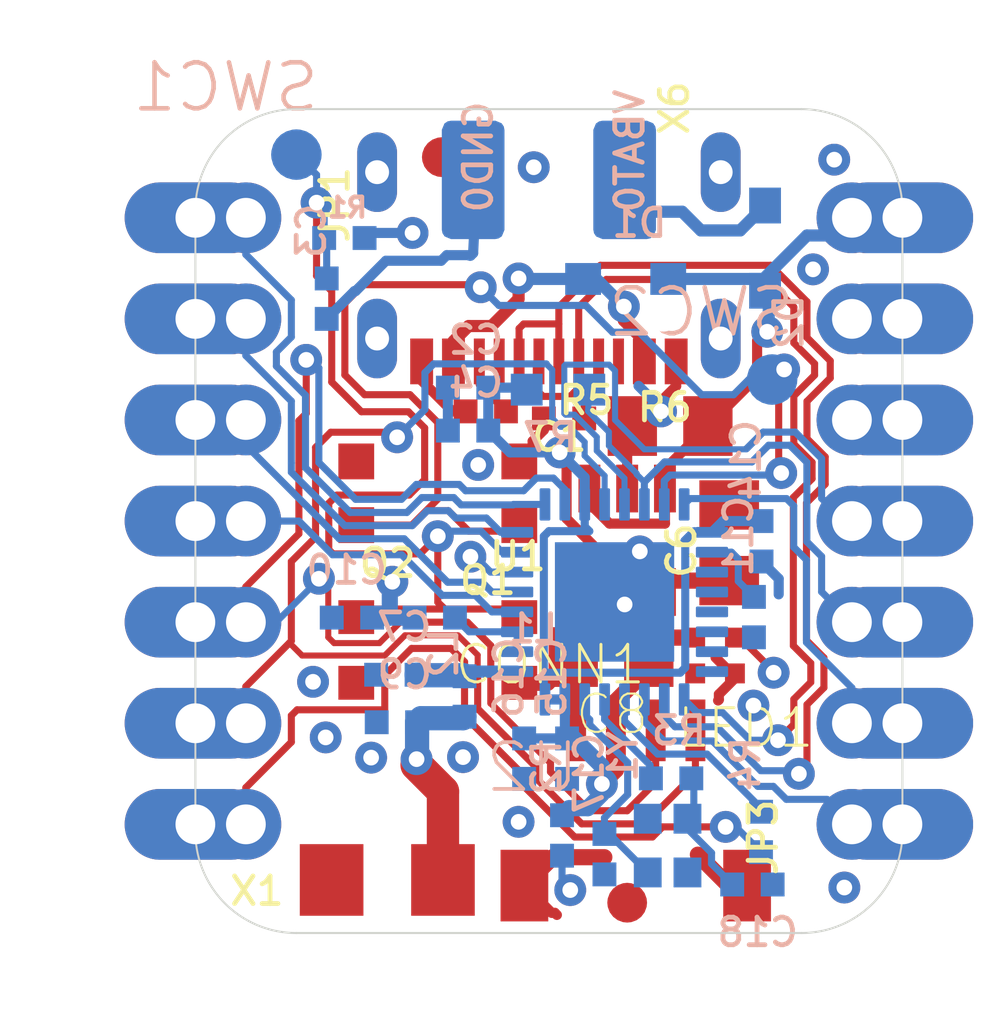
<source format=kicad_pcb>
(kicad_pcb (version 20240108) (generator "pcbnew") (generator_version "8.0")
  (layers (0 "F.Cu" signal) (1 "In1.Cu" signal) (2 "In2.Cu" signal) (31 "B.Cu" signal) (34 "B.Paste" user) (35 "F.Paste" user) (36 "B.SilkS" user "B.Silkscreen") (37 "F.SilkS" user "F.Silkscreen") (38 "B.Mask" user) (39 "F.Mask" user) (44 "Edge.Cuts" user))
  (net 0 "")
  (net 1 "GND")
  (net 2 "D+")
  (net 3 "D-")
  (net 4 "VBUS")
  (net 5 "~{RESET}")
  (net 6 "3.3V")
  (net 7 "A0")
  (net 8 "CC1")
  (net 9 "CC2")
  (net 10 "A1")
  (net 11 "MOSI")
  (net 12 "MISO")
  (net 13 "SCK")
  (net 14 "A2")
  (net 15 "A3")
  (net 16 "SDA")
  (net 17 "SCL")
  (net 18 "NEOPIX")
  (net 19 "+5V")
  (net 20 "VDD3P3")
  (net 21 "LNA")
  (net 22 "N$3")
  (net 23 "BOOT")
  (net 24 "N$6")
  (net 25 "N$7")
  (net 26 "TX")
  (net 27 "RX")
  (net 28 "VBAT")
  (net 29 "VDD_SPI")
  (net 30 "N$5")
  (net 31 "N$1")
  (footprint "Adafruit QT Py ESP32-C3:_0402NO" (layer "F.Cu") (at 146.9136 102.2477)
    (property "Reference" "R5")
    (property "Value" "5.1K")
  )
  (footprint "Adafruit QT Py ESP32-C3:FIDUCIAL_1MM" (layer "F.Cu") (at 145.8087 95.8596)
    (property "Reference" "U$6" (hide yes))
    (property "Value" "FIDUCIAL_1MM" (hide yes))
  )
  (footprint "Adafruit QT Py ESP32-C3:0805-NO" (layer "F.Cu") (at 150.0632 108.4199 180)
    (property "Reference" "C8")
    (property "Value" "22uF")
  )
  (footprint "Adafruit QT Py ESP32-C3:JST_SH4_SKINNY" (layer "F.Cu") (at 150.6855 112.776)
    (property "Reference" "CONN1")
    (property "Value" "STEMMA_I2C_QTSKINNY" (hide yes))
  )
  (footprint "Adafruit QT Py ESP32-C3:QTPYC3_TOP" (layer "F.Cu") (at 139.6111 115.3541)
    (property "Reference" "U$3" (hide yes))
    (property "Value" "" (hide yes))
  )
  (footprint "Adafruit QT Py ESP32-C3:FIDUCIAL_1MM" (layer "F.Cu") (at 150.4696 114.5921)
    (property "Reference" "U$8" (hide yes))
    (property "Value" "FIDUCIAL_1MM" (hide yes))
  )
  (footprint "Adafruit QT Py ESP32-C3:_0402NO" (layer "F.Cu") (at 148.8821 102.4255)
    (property "Reference" "R6")
    (property "Value" "5.1K")
  )
  (footprint "Adafruit QT Py ESP32-C3:1X07_CASTEL" (layer "F.Cu") (at 140.8811 105.0036 -90)
    (property "Reference" "JP1")
    (property "Value" "")
  )
  (footprint "Adafruit QT Py ESP32-C3:ANT_2450AT18B100" (layer "F.Cu") (at 144.4371 114.0206 180)
    (property "Reference" "X1")
    (property "Value" "2.4GHz")
  )
  (footprint "Adafruit QT Py ESP32-C3:SOT23-5" (layer "F.Cu") (at 150.4696 105.4862 180)
    (property "Reference" "U1")
    (property "Value" "AP2112K-3.3")
  )
  (footprint "Adafruit QT Py ESP32-C3:USB_C_CUSB31-CFM2AX-01-X" (layer "F.Cu") (at 148.5011 97.4471 180)
    (property "Reference" "X6")
    (property "Value" "USB TYPE C")
  )
  (footprint "Adafruit QT Py ESP32-C3:0805-NO" (layer "F.Cu") (at 151.5491 102.616 180)
    (property "Reference" "C1")
    (property "Value" "22uF")
  )
  (footprint "Adafruit QT Py ESP32-C3:SK6805_1515" (layer "F.Cu") (at 152.6794 108.3818 180)
    (property "Reference" "LED1")
    (property "Value" "WS2812B_SK6805_1515")
  )
  (footprint "Adafruit QT Py ESP32-C3:0805-NO" (layer "F.Cu") (at 153.035 105.5497 90)
    (property "Reference" "C6")
    (property "Value" "22uF")
  )
  (footprint "Adafruit QT Py ESP32-C3:1X07_CASTEL" (layer "F.Cu") (at 156.1211 105.0036 90)
    (property "Reference" "JP3")
    (property "Value" "")
  )
  (footprint "Adafruit QT Py ESP32-C3:BTN_KMR2_SLIM" (layer "F.Cu") (at 145.7071 108.2421)
    (property "Reference" "Q2")
    (property "Value" "reset")
  )
  (footprint "Adafruit QT Py ESP32-C3:BTN_KMR2_4.6X2.8" (layer "F.Cu") (at 145.7071 104.3051 180)
    (property "Reference" "Q1")
    (property "Value" "BOOT0")
  )
  (footprint "Adafruit QT Py ESP32-C3:TESTPOINT_PLUS_1X3MM" (layer "B.Cu") (at 150.4061 96.4311 -90)
    (property "Reference" "VBAT0")
    (property "Value" "")
  )
  (footprint "Adafruit QT Py ESP32-C3:B1,27_385" (layer "B.Cu") (at 154.1145 101.4476 180)
    (property "Reference" "SWC2")
    (property "Value" "TPB1,27")
  )
  (footprint "Adafruit QT Py ESP32-C3:QTPYC3_BOT" (layer "B.Cu") (at 157.3911 115.3541 180)
    (property "Reference" "U$18" (hide yes))
    (property "Value" "" (hide yes))
  )
  (footprint "Adafruit QT Py ESP32-C3:B1,27_385" (layer "B.Cu") (at 142.1511 95.7961 180)
    (property "Reference" "SWC1")
    (property "Value" "TPB1,27")
  )
  (footprint "Adafruit QT Py ESP32-C3:_0402NO" (layer "B.Cu") (at 149.8981 113.3729 -90)
    (property "Reference" "C17")
    (property "Value" "16pF")
  )
  (footprint "Adafruit QT Py ESP32-C3:_0402NO" (layer "B.Cu") (at 143.5481 107.4293 180)
    (property "Reference" "C10")
    (property "Value" "0.1uF")
  )
  (footprint "Adafruit QT Py ESP32-C3:_0402NO" (layer "B.Cu") (at 143.3576 97.8916 180)
    (property "Reference" "R1")
    (property "Value" "10K")
  )
  (footprint "Adafruit QT Py ESP32-C3:_0402NO" (layer "B.Cu") (at 147.8788 110.9726 -90)
    (property "Reference" "C16")
    (property "Value" "0.01uF")
  )
  (footprint "Adafruit QT Py ESP32-C3:QFN32_5MM" (layer "B.Cu") (at 150.1521 107.0356)
    (property "Reference" "U2")
    (property "Value" "ESP32-C3FH4")
  )
  (footprint "Adafruit QT Py ESP32-C3:_0402NO" (layer "B.Cu") (at 153.8478 105.5116 -90)
    (property "Reference" "C14")
    (property "Value" "0.1uF")
  )
  (footprint "Adafruit QT Py ESP32-C3:_0402NO" (layer "B.Cu") (at 142.9131 99.4156 -90)
    (property "Reference" "C3")
    (property "Value" "1uF")
  )
  (footprint "Adafruit QT Py ESP32-C3:_0402NO" (layer "B.Cu") (at 153.6192 114.1349)
    (property "Reference" "C18")
    (property "Value" "16pF")
  )
  (footprint "Adafruit QT Py ESP32-C3:CRYSTAL_2X1.6" (layer "B.Cu") (at 151.4856 113.157 -90)
    (property "Reference" "Y1")
    (property "Value" "40MHz")
  )
  (footprint "Adafruit QT Py ESP32-C3:_0402NO" (layer "B.Cu") (at 148.8313 112.903 -90)
    (property "Reference" "R2")
    (property "Value" "10K")
  )
  (footprint "Adafruit QT Py ESP32-C3:_0402NO" (layer "B.Cu") (at 153.8351 112.8141 -90)
    (property "Reference" "R4")
    (property "Value" "1k")
  )
  (footprint "Adafruit QT Py ESP32-C3:PCBFEAT-REV-040" (layer "B.Cu") (at 153.5176 110.363 180)
    (property "Reference" "U$12" (hide yes))
    (property "Value" "" (hide yes))
  )
  (footprint "Adafruit QT Py ESP32-C3:_0402NO" (layer "B.Cu") (at 148.9583 110.9726 -90)
    (property "Reference" "C15")
    (property "Value" "1uF")
  )
  (footprint "Adafruit QT Py ESP32-C3:SOD-323_MINI" (layer "B.Cu") (at 153.9367 98.1456 90)
    (property "Reference" "D2")
    (property "Value" "  NSR0320")
  )
  (footprint "Adafruit QT Py ESP32-C3:_0402NO" (layer "B.Cu") (at 144.6657 108.8644 180)
    (property "Reference" "C7")
    (property "Value" "TBD")
  )
  (footprint "Adafruit QT Py ESP32-C3:_0402NO" (layer "B.Cu") (at 146.4691 102.7303 180)
    (property "Reference" "C4")
    (property "Value" "0.1uF")
  )
  (footprint "Adafruit QT Py ESP32-C3:SOD-323_MINI" (layer "B.Cu") (at 150.4315 98.9203 180)
    (property "Reference" "D1")
    (property "Value" "  NSR0320")
  )
  (footprint "Adafruit QT Py ESP32-C3:TESTPOINT_MINUS_1X3MM" (layer "B.Cu") (at 146.5961 96.4311 -90)
    (property "Reference" "GND0")
    (property "Value" "")
  )
  (footprint "Adafruit QT Py ESP32-C3:_0603MP_TWO6MIL" (layer "B.Cu") (at 148.7297 101.7016)
    (property "Reference" "R7")
    (property "Value" "10K")
  )
  (footprint "Adafruit QT Py ESP32-C3:_0402" (layer "B.Cu") (at 145.6309 107.4293)
    (property "Reference" "L1")
    (property "Value" "2nH")
  )
  (footprint "Adafruit QT Py ESP32-C3:_0402" (layer "B.Cu") (at 146.3802 109.4105 90)
    (property "Reference" "L2")
    (property "Value" "0 ohm")
  )
  (footprint "Adafruit QT Py ESP32-C3:_0402NO" (layer "B.Cu") (at 153.6573 107.4166 -90)
    (property "Reference" "C11")
    (property "Value" "1uF")
  )
  (footprint "Adafruit QT Py ESP32-C3:_0402NO" (layer "B.Cu") (at 144.6784 110.0582 180)
    (property "Reference" "C9")
    (property "Value" "TBD")
  )
  (footprint "Adafruit QT Py ESP32-C3:_0402NO" (layer "B.Cu") (at 151.5745 111.4679 180)
    (property "Reference" "R3")
    (property "Value" "0")
  )
  (footprint "Adafruit QT Py ESP32-C3:_0402NO" (layer "B.Cu") (at 146.4691 101.6508 180)
    (property "Reference" "C2")
    (property "Value" "1uF")
  )
  (gr_line (start 157.3911 97.1931) (end 157.3911 112.8141) (stroke (width 0.05)) (layer "Edge.Cuts"))
  (gr_arc (start 142.1511 115.3541) (mid 140.355049 114.610151) (end 139.6111 112.8141) (stroke (width 0.05)) (layer "Edge.Cuts"))
  (gr_arc (start 154.8511 94.6531) (mid 156.647151 95.397049) (end 157.3911 97.1931) (stroke (width 0.05)) (layer "Edge.Cuts"))
  (gr_arc (start 139.6111 97.1931) (mid 140.355049 95.397049) (end 142.1511 94.6531) (stroke (width 0.05)) (layer "Edge.Cuts"))
  (gr_line (start 142.1511 94.6531) (end 154.8511 94.6531) (stroke (width 0.05)) (layer "Edge.Cuts"))
  (gr_line (start 139.6111 112.8141) (end 139.6111 97.1931) (stroke (width 0.05)) (layer "Edge.Cuts"))
  (gr_arc (start 157.3911 112.8141) (mid 156.647151 114.610151) (end 154.8511 115.3541) (stroke (width 0.05)) (layer "Edge.Cuts"))
  (gr_line (start 154.8511 115.3541) (end 142.1511 115.3541) (stroke (width 0.05)) (layer "Edge.Cuts"))
  (segment (start 149.1132 108.4199) (end 148.8821 108.1888) (width 0.4064) (layer "F.Cu") (net 1))
  (segment (start 150.4696 102.8446) (end 150.6982 102.616) (width 0.254) (layer "F.Cu") (net 1))
  (segment (start 147.7571 109.0671) (end 148.466 109.0671) (width 0.4064) (layer "F.Cu") (net 1))
  (segment (start 151.7011 101.6131) (end 150.6982 102.616) (width 0.254) (layer "F.Cu") (net 1))
  (segment (start 145.3011 100.9921) (end 145.3011 101.473244) (width 0.254) (layer "F.Cu") (net 1))
  (segment (start 153.1794 108.952913) (end 152.77465 109.357663) (width 0.254) (layer "F.Cu") (net 1))
  (segment (start 148.3741 102.714432) (end 148.092018 102.996513) (width 0.254) (layer "F.Cu") (net 1))
  (segment (start 153.1794 108.8318) (end 153.0913 108.8318) (width 0.254) (layer "F.Cu") (net 1))
  (segment (start 148.5696 114.8461) (end 148.648562 114.8461) (width 0.254) (layer "F.Cu") (net 1))
  (segment (start 148.092018 102.996513) (end 148.092018 103.170182) (width 0.254) (layer "F.Cu") (net 1))
  (segment (start 153.0913 108.8318) (end 152.6921 108.4326) (width 0.254) (layer "F.Cu") (net 1))
  (segment (start 148.8821 108.1888) (end 148.8821 106.9086) (width 0.4064) (layer "F.Cu") (net 1))
  (segment (start 145.3011 101.473244) (end 146.075556 102.2477) (width 0.254) (layer "F.Cu") (net 1))
  (segment (start 153.024 114.162) (end 152.2476 113.3856) (width 0.4064) (layer "F.Cu") (net 1))
  (segment (start 153.4855 114.162) (end 153.024 114.162) (width 0.4064) (layer "F.Cu") (net 1))
  (segment (start 146.075556 102.2477) (end 146.4056 102.2477) (width 0.254) (layer "F.Cu") (net 1))
  (segment (start 150.6982 102.616) (end 150.5991 102.616) (width 0.254) (layer "F.Cu") (net 1))
  (segment (start 153.1794 108.8318) (end 153.1794 108.952913) (width 0.254) (layer "F.Cu") (net 1))
  (segment (start 147.8855 114.162) (end 148.5696 114.8461) (width 0.254) (layer "F.Cu") (net 1))
  (segment (start 148.648562 114.8461) (end 148.701831 114.899369) (width 0.254) (layer "F.Cu") (net 1))
  (segment (start 148.5984 113.4491) (end 149.895303 113.4491) (width 0.4064) (layer "F.Cu") (net 1))
  (segment (start 151.7011 100.9921) (end 151.7011 101.6131) (width 0.254) (layer "F.Cu") (net 1))
  (segment (start 148.466 109.0671) (end 149.1132 108.4199) (width 0.4064) (layer "F.Cu") (net 1))
  (segment (start 148.3741 102.4255) (end 148.3741 102.714432) (width 0.254) (layer "F.Cu") (net 1))
  (segment (start 152.77465 109.49305) (end 152.7556 109.5121) (width 0.254) (layer "F.Cu") (net 1))
  (segment (start 147.8855 114.162) (end 148.5984 113.4491) (width 0.4064) (layer "F.Cu") (net 1))
  (segment (start 149.1855 108.4922) (end 149.1855 110.262) (width 0.4064) (layer "F.Cu") (net 1))
  (segment (start 152.77465 109.357663) (end 152.77465 109.49305) (width 0.254) (layer "F.Cu") (net 1))
  (segment (start 149.1132 108.4199) (end 149.1855 108.4922) (width 0.4064) (layer "F.Cu") (net 1))
  (segment (start 148.092018 103.170182) (end 147.7571 103.5051) (width 0.254) (layer "F.Cu") (net 1))
  (segment (start 150.4696 104.1861) (end 150.4696 102.8446) (width 0.254) (layer "F.Cu") (net 1))
  (via (at 155.1432 98.679) (size 0.8001) (drill 0.3937) (layers "F.Cu" "B.Cu") (net 1))
  (via (at 155.6766 95.9231) (size 0.8001) (drill 0.3937) (layers "F.Cu" "B.Cu") (net 1))
  (via (at 150.7871 105.7656) (size 0.8001) (drill 0.3937) (layers "F.Cu" "B.Cu") (net 1))
  (via (at 146.3421 110.9345) (size 0.8001) (drill 0.3937) (layers "F.Cu" "B.Cu") (net 1))
  (via (at 144.0307 110.9472) (size 0.8001) (drill 0.3937) (layers "F.Cu" "B.Cu") (net 1))
  (via (at 148.1201 96.1136) (size 0.8001) (drill 0.3937) (layers "F.Cu" "B.Cu") (net 1))
  (via (at 155.9306 114.2111) (size 0.8001) (drill 0.3937) (layers "F.Cu" "B.Cu") (net 1))
  (via (at 146.7231 103.5939) (size 0.8001) (drill 0.3937) (layers "F.Cu" "B.Cu") (net 1))
  (via (at 142.5702 109.0422) (size 0.8001) (drill 0.3937) (layers "F.Cu" "B.Cu") (net 1))
  (via (at 142.8877 110.4392) (size 0.8001) (drill 0.3937) (layers "F.Cu" "B.Cu") (net 1))
  (via (at 150.4061 107.0991) (size 0.8001) (drill 0.3937) (layers "F.Cu" "B.Cu") (net 1))
  (via (at 147.7391 112.5601) (size 0.8001) (drill 0.3937) (layers "F.Cu" "B.Cu") (net 1))
  (via (at 151.3205 102.2477) (size 0.8001) (drill 0.3937) (layers "F.Cu" "B.Cu") (net 1))
  (via (at 153.6446 109.6391) (size 0.8001) (drill 0.3937) (layers "F.Cu" "B.Cu") (net 1))
  (segment (start 143.6116 99.2251) (end 143.640493 99.2251) (width 0.254) (layer "B.Cu") (net 1))
  (segment (start 142.9131 99.9236) (end 143.6116 99.2251) (width 0.254) (layer "B.Cu") (net 1))
  (segment (start 154.2796 106.4514) (end 154.2796 106.8451) (width 0.254) (layer "B.Cu") (net 1))
  (segment (start 146.496537 98.3221) (end 146.510537 98.3361) (width 0.254) (layer "B.Cu") (net 1))
  (segment (start 153.8478 106.0196) (end 154.2796 106.4514) (width 0.254) (layer "B.Cu") (net 1))
  (segment (start 143.640493 99.2251) (end 144.402493 98.4631) (width 0.254) (layer "B.Cu") (net 1))
  (segment (start 151.3205 102.2477) (end 151.3205 102.1715) (width 0.254) (layer "B.Cu") (net 1))
  (segment (start 146.5961 98.2726) (end 146.6461 97.2311) (width 0.254) (layer "B.Cu") (net 1))
  (segment (start 146.510537 98.3361) (end 146.5326 98.3361) (width 0.254) (layer "B.Cu") (net 1))
  (segment (start 157.3911 99.9236) (end 156.1211 99.9236) (width 0.254) (layer "B.Cu") (net 1))
  (segment (start 151.3205 102.1715) (end 150.7553 101.6063) (width 0.254) (layer "B.Cu") (net 1))
  (segment (start 145.9611 101.6508) (end 145.9611 102.7303) (width 0.254) (layer "B.Cu") (net 1))
  (segment (start 146.5326 98.3361) (end 146.5961 98.2726) (width 0.254) (layer "B.Cu") (net 1))
  (segment (start 144.402493 98.4631) (end 145.792662 98.4631) (width 0.254) (layer "B.Cu") (net 1))
  (segment (start 145.933662 98.3221) (end 146.496537 98.3221) (width 0.254) (layer "B.Cu") (net 1))
  (segment (start 145.792662 98.4631) (end 145.933662 98.3221) (width 0.254) (layer "B.Cu") (net 1))
  (segment (start 155.448856 103.389844) (end 155.448856 104.077357) (width 0.1778) (layer "F.Cu") (net 2))
  (segment (start 155.448856 104.077357) (end 154.9781 104.548113) (width 0.1778) (layer "F.Cu") (net 2))
  (segment (start 147.7511 100.1656) (end 147.7511 100.9921) (width 0.1778) (layer "F.Cu") (net 2))
  (segment (start 154.9908 100.391788) (end 155.575856 100.976844) (width 0.1778) (layer "F.Cu") (net 2))
  (segment (start 154.9908 102.931788) (end 155.448856 103.389844) (width 0.1778) (layer "F.Cu") (net 2))
  (segment (start 155.575856 101.410357) (end 154.9908 101.995413) (width 0.1778) (layer "F.Cu") (net 2))
  (segment (start 148.7511 99.6228) (end 148.7511 100.0506) (width 0.1778) (layer "F.Cu") (net 2))
  (segment (start 149.7965 98.5774) (end 148.7511 99.6228) (width 0.1778) (layer "F.Cu") (net 2))
  (segment (start 154.9908 101.995413) (end 154.9908 102.931788) (width 0.1778) (layer "F.Cu") (net 2))
  (segment (start 154.9781 104.548113) (end 154.9781 107.999088) (width 0.1778) (layer "F.Cu") (net 2))
  (segment (start 154.9908 109.615413) (end 154.9908 111.3536) (width 0.1778) (layer "F.Cu") (net 2))
  (segment (start 154.7876 111.3536) (end 154.9908 111.3536) (width 0.1778) (layer "F.Cu") (net 2))
  (segment (start 154.9908 99.4918) (end 154.9908 100.391788) (width 0.1778) (layer "F.Cu") (net 2))
  (segment (start 154.0764 98.5774) (end 154.9908 99.4918) (width 0.1778) (layer "F.Cu") (net 2))
  (segment (start 155.417106 109.189107) (end 154.9908 109.615413) (width 0.1778) (layer "F.Cu") (net 2))
  (segment (start 154.9781 107.999088) (end 155.417106 108.438094) (width 0.1778) (layer "F.Cu") (net 2))
  (segment (start 147.8661 100.0506) (end 147.7511 100.1656) (width 0.1778) (layer "F.Cu") (net 2))
  (segment (start 148.7511 100.0506) (end 148.7511 100.9921) (width 0.1778) (layer "F.Cu") (net 2))
  (segment (start 154.0764 98.5774) (end 149.7965 98.5774) (width 0.1778) (layer "F.Cu") (net 2))
  (segment (start 148.7511 100.0506) (end 147.8661 100.0506) (width 0.1778) (layer "F.Cu") (net 2))
  (segment (start 155.417106 108.438094) (end 155.417106 109.189107) (width 0.1778) (layer "F.Cu") (net 2))
  (segment (start 155.575856 100.976844) (end 155.575856 101.410357) (width 0.1778) (layer "F.Cu") (net 2))
  (via (at 154.7876 111.3536) (size 0.8001) (drill 0.3937) (layers "F.Cu" "B.Cu") (net 2))
  (segment (start 153.829859 111.27656) (end 152.7258 110.1725) (width 0.1778) (layer "B.Cu") (net 2))
  (segment (start 151.672612 110.1725) (end 151.4021 109.901988) (width 0.1778) (layer "B.Cu") (net 2))
  (segment (start 151.672612 110.1725) (end 152.7258 110.1725) (width 0.1778) (layer "B.Cu") (net 2))
  (segment (start 154.7876 111.3536) (end 154.710559 111.27656) (width 0.1778) (layer "B.Cu") (net 2))
  (segment (start 151.4021 109.4856) (end 151.4021 109.901988) (width 0.1778) (layer "B.Cu") (net 2))
  (segment (start 154.710559 111.27656) (end 153.829859 111.27656) (width 0.1778) (layer "B.Cu") (net 2))
  (segment (start 148.3535 101.8715) (end 148.1836 101.7016) (width 0.1778) (layer "F.Cu") (net 3))
  (segment (start 154.261615 110.510116) (end 154.6606 110.111132) (width 0.1778) (layer "F.Cu") (net 3))
  (segment (start 149.2511 99.6257) (end 149.2511 100.9921) (width 0.1778) (layer "F.Cu") (net 3))
  (segment (start 154.6479 108.135863) (end 155.086906 108.574869) (width 0.1778) (layer "F.Cu") (net 3))
  (segment (start 149.2511 101.6552) (end 149.0348 101.8715) (width 0.1778) (layer "F.Cu") (net 3))
  (segment (start 149.2511 100.9921) (end 149.2511 101.6552) (width 0.1778) (layer "F.Cu") (net 3))
  (segment (start 148.1836 101.0596) (end 148.2511 100.9921) (width 0.1778) (layer "F.Cu") (net 3))
  (segment (start 149.0348 101.8715) (end 148.3535 101.8715) (width 0.1778) (layer "F.Cu") (net 3))
  (segment (start 155.118656 103.940582) (end 154.6479 104.411338) (width 0.1778) (layer "F.Cu") (net 3))
  (segment (start 153.965025 98.933) (end 149.9438 98.933) (width 0.1778) (layer "F.Cu") (net 3))
  (segment (start 155.086906 109.052332) (end 154.6606 109.478638) (width 0.1778) (layer "F.Cu") (net 3))
  (segment (start 149.9438 98.933) (end 149.2511 99.6257) (width 0.1778) (layer "F.Cu") (net 3))
  (segment (start 154.6606 101.858638) (end 155.182156 101.337082) (width 0.1778) (layer "F.Cu") (net 3))
  (segment (start 154.6479 104.411338) (end 154.6479 108.135863) (width 0.1778) (layer "F.Cu") (net 3))
  (segment (start 148.1836 101.7016) (end 148.1836 101.0596) (width 0.1778) (layer "F.Cu") (net 3))
  (segment (start 154.6606 99.628575) (end 153.965025 98.933) (width 0.1778) (layer "F.Cu") (net 3))
  (segment (start 154.6606 109.478638) (end 154.6606 110.111132) (width 0.1778) (layer "F.Cu") (net 3))
  (segment (start 154.6606 100.528563) (end 154.6606 99.628575) (width 0.1778) (layer "F.Cu") (net 3))
  (segment (start 155.182156 101.050119) (end 154.6606 100.528563) (width 0.1778) (layer "F.Cu") (net 3))
  (segment (start 155.086906 108.574869) (end 155.086906 109.052332) (width 0.1778) (layer "F.Cu") (net 3))
  (segment (start 155.182156 101.337082) (end 155.182156 101.050119) (width 0.1778) (layer "F.Cu") (net 3))
  (segment (start 155.118656 103.526619) (end 154.6606 103.068563) (width 0.1778) (layer "F.Cu") (net 3))
  (segment (start 155.118656 103.940582) (end 155.118656 103.526619) (width 0.1778) (layer "F.Cu") (net 3))
  (segment (start 154.6606 103.068563) (end 154.6606 101.858638) (width 0.1778) (layer "F.Cu") (net 3))
  (via (at 154.261615 110.510116) (size 0.8001) (drill 0.3937) (layers "F.Cu" "B.Cu") (net 3))
  (segment (start 153.563115 110.510116) (end 152.867843 109.814844) (width 0.1778) (layer "B.Cu") (net 3))
  (segment (start 154.261615 110.510116) (end 153.563115 110.510116) (width 0.1778) (layer "B.Cu") (net 3))
  (segment (start 151.9021 109.4856) (end 152.231343 109.814844) (width 0.1778) (layer "B.Cu") (net 3))
  (segment (start 152.231343 109.814844) (end 152.867843 109.814844) (width 0.1778) (layer "B.Cu") (net 3))
  (segment (start 150.9011 100.9921) (end 150.9011 100.476338) (width 0.254) (layer "F.Cu") (net 4))
  (segment (start 146.4821 100.1031) (end 146.1011 100.4841) (width 0.3048) (layer "F.Cu") (net 4))
  (segment (start 150.385912 99.613794) (end 150.385912 99.96115) (width 0.3048) (layer "F.Cu") (net 4))
  (segment (start 150.9011 100.476338) (end 150.385912 99.96115) (width 0.3048) (layer "F.Cu") (net 4))
  (segment (start 146.1011 100.9921) (end 146.1011 100.4841) (width 0.254) (layer "F.Cu") (net 4))
  (segment (start 147.058537 100.1031) (end 146.4821 100.1031) (width 0.3048) (layer "F.Cu") (net 4))
  (segment (start 147.7391 98.9076) (end 147.7391 99.422538) (width 0.3048) (layer "F.Cu") (net 4))
  (segment (start 147.7391 99.422538) (end 147.058537 100.1031) (width 0.3048) (layer "F.Cu") (net 4))
  (via (at 147.7391 98.9076) (size 0.8001) (drill 0.3937) (layers "F.Cu" "B.Cu") (net 4))
  (via (at 150.385912 99.613794) (size 0.8001) (drill 0.3937) (layers "F.Cu" "B.Cu") (net 4))
  (segment (start 149.692418 98.9203) (end 149.3615 98.9203) (width 0.254) (layer "B.Cu") (net 4))
  (segment (start 150.385912 99.613794) (end 149.692418 98.9203) (width 0.3048) (layer "B.Cu") (net 4))
  (segment (start 149.3615 98.9203) (end 147.7518 98.9203) (width 0.3048) (layer "B.Cu") (net 4))
  (segment (start 147.7391 98.9076) (end 147.7518 98.9203) (width 0.254) (layer "B.Cu") (net 4))
  (segment (start 142.6591 98.8441) (end 142.6591 97.0026) (width 0.1778) (layer "F.Cu") (net 5))
  (segment (start 143.0728 105.8291) (end 145.2626 105.8291) (width 0.1778) (layer "F.Cu") (net 5))
  (segment (start 145.7071 105.3846) (end 145.7071 107.04261) (width 0.1778) (layer "F.Cu") (net 5))
  (segment (start 144.9888 104.3503) (end 145.3769 103.9622) (width 0.1778) (layer "F.Cu") (net 5))
  (segment (start 143.0401 101.5111) (end 143.0401 99.2251) (width 0.1778) (layer "F.Cu") (net 5))
  (segment (start 145.2626 105.8291) (end 145.7071 105.3846) (width 0.1778) (layer "F.Cu") (net 5))
  (segment (start 142.9658 104.55515) (end 143.17065 104.3503) (width 0.1778) (layer "F.Cu") (net 5))
  (segment (start 145.3769 102.663875) (end 144.970087 102.257063) (width 0.1778) (layer "F.Cu") (net 5))
  (segment (start 145.884993 107.2135) (end 143.6702 107.2135) (width 0.1778) (layer "F.Cu") (net 5))
  (segment (start 147.6932 107.2135) (end 145.884993 107.2135) (width 0.1778) (layer "F.Cu") (net 5))
  (segment (start 143.6571 107.4171) (end 143.6702 107.2135) (width 0.1778) (layer "F.Cu") (net 5))
  (segment (start 147.7571 107.4171) (end 147.6932 107.2135) (width 0.1778) (layer "F.Cu") (net 5))
  (segment (start 145.884993 107.2135) (end 145.7071 107.04261) (width 0.1778) (layer "F.Cu") (net 5))
  (segment (start 144.970087 102.257063) (end 143.786062 102.257063) (width 0.1778) (layer "F.Cu") (net 5))
  (segment (start 142.9658 104.55515) (end 142.9658 105.7221) (width 0.1778) (layer "F.Cu") (net 5))
  (segment (start 143.0401 99.2251) (end 142.6591 98.8441) (width 0.1778) (layer "F.Cu") (net 5))
  (segment (start 145.3769 103.9622) (end 145.3769 102.663875) (width 0.1778) (layer "F.Cu") (net 5))
  (segment (start 143.17065 104.3503) (end 144.9888 104.3503) (width 0.1778) (layer "F.Cu") (net 5))
  (segment (start 143.786062 102.257063) (end 143.0401 101.5111) (width 0.1778) (layer "F.Cu") (net 5))
  (segment (start 142.9658 105.7221) (end 143.0728 105.8291) (width 0.1778) (layer "F.Cu") (net 5))
  (via (at 145.7071 105.3846) (size 0.8001) (drill 0.3937) (layers "F.Cu" "B.Cu") (net 5))
  (via (at 142.6591 97.0026) (size 0.8001) (drill 0.3937) (layers "F.Cu" "B.Cu") (net 5))
  (segment (start 142.8496 97.1931) (end 142.8496 97.8916) (width 0.1778) (layer "B.Cu") (net 5))
  (segment (start 142.6591 97.0026) (end 142.8496 97.1931) (width 0.1778) (layer "B.Cu") (net 5))
  (segment (start 147.7021 105.7856) (end 147.3211 105.7856) (width 0.1778) (layer "B.Cu") (net 5))
  (segment (start 146.7931 105.2576) (end 145.8341 105.2576) (width 0.1778) (layer "B.Cu") (net 5))
  (segment (start 142.9131 97.9551) (end 142.9131 98.9076) (width 0.1778) (layer "B.Cu") (net 5))
  (segment (start 142.1511 95.7961) (end 142.6591 96.3041) (width 0.1778) (layer "B.Cu") (net 5))
  (segment (start 145.8341 105.2576) (end 145.7071 105.3846) (width 0.1778) (layer "B.Cu") (net 5))
  (segment (start 142.6591 96.3041) (end 142.6591 97.0026) (width 0.1778) (layer "B.Cu") (net 5))
  (segment (start 142.8496 97.8916) (end 142.9131 97.9551) (width 0.1778) (layer "B.Cu") (net 5))
  (segment (start 147.3211 105.7856) (end 146.7931 105.2576) (width 0.1778) (layer "B.Cu") (net 5))
  (segment (start 151.4196 106.7863) (end 151.4196 108.0135) (width 0.4064) (layer "F.Cu") (net 6))
  (segment (start 151.4196 106.7863) (end 151.7062 106.4997) (width 0.254) (layer "F.Cu") (net 6))
  (segment (start 150.73545 106.41965) (end 151.1021 106.7863) (width 0.2032) (layer "F.Cu") (net 6))
  (segment (start 148.9456 103.452082) (end 148.9456 104.942169) (width 0.254) (layer "F.Cu") (net 6))
  (segment (start 150.1855 110.262) (end 150.1855 111.2567) (width 0.4064) (layer "F.Cu") (net 6))
  (segment (start 148.771468 103.27795) (end 148.9456 103.452082) (width 0.254) (layer "F.Cu") (net 6))
  (segment (start 152.1794 107.9318) (end 151.5013 107.9318) (width 0.4064) (layer "F.Cu") (net 6))
  (segment (start 151.5013 107.9318) (end 151.4196 108.0135) (width 0.254) (layer "F.Cu") (net 6))
  (segment (start 150.1855 110.262) (end 150.1855 109.527) (width 0.4064) (layer "F.Cu") (net 6))
  (segment (start 151.0132 108.6993) (end 150.1855 109.527) (width 0.4064) (layer "F.Cu") (net 6))
  (segment (start 151.7062 106.4997) (end 153.035 106.4997) (width 0.4064) (layer "F.Cu") (net 6))
  (segment (start 150.423081 106.41965) (end 150.73545 106.41965) (width 0.2032) (layer "F.Cu") (net 6))
  (segment (start 148.9456 104.942169) (end 150.423081 106.41965) (width 0.254) (layer "F.Cu") (net 6))
  (segment (start 150.1855 111.2567) (end 149.8346 111.6076) (width 0.4064) (layer "F.Cu") (net 6))
  (segment (start 151.1021 106.7863) (end 151.4196 106.7863) (width 0.254) (layer "F.Cu") (net 6))
  (segment (start 151.0132 108.6993) (end 151.0132 108.4199) (width 0.6096) (layer "F.Cu") (net 6))
  (segment (start 151.4196 108.0135) (end 151.0132 108.4199) (width 0.254) (layer "F.Cu") (net 6))
  (via (at 144.5641 106.5276) (size 0.8001) (drill 0.3937) (layers "F.Cu" "B.Cu") (net 6))
  (via (at 149.8346 111.6076) (size 0.8001) (drill 0.3937) (layers "F.Cu" "B.Cu") (net 6))
  (via (at 145.0721 97.7646) (size 0.8001) (drill 0.3937) (layers "F.Cu" "B.Cu") (net 6))
  (via (at 148.771468 103.27795) (size 0.8001) (drill 0.3937) (layers "F.Cu" "B.Cu") (net 6))
  (segment (start 148.9583 110.4646) (end 147.8788 110.4646) (width 0.254) (layer "B.Cu") (net 6))
  (segment (start 143.8656 97.8916) (end 143.9926 97.7646) (width 0.254) (layer "B.Cu") (net 6))
  (segment (start 148.771468 103.27795) (end 147.52475 103.27795) (width 0.254) (layer "B.Cu") (net 6))
  (segment (start 151.9301 105.513) (end 151.9301 108.6866) (width 0.2032) (layer "B.Cu") (net 6))
  (segment (start 151.9301 108.6866) (end 151.8031 108.8136) (width 0.2032) (layer "B.Cu") (net 6))
  (segment (start 148.9021 109.4856) (end 148.4021 109.4856) (width 0.254) (layer "B.Cu") (net 6))
  (segment (start 156.1211 102.3366) (end 156.1211 102.4636) (width 0.254) (layer "B.Cu") (net 6))
  (segment (start 148.9583 110.4646) (end 149.1361 110.4646) (width 0.254) (layer "B.Cu") (net 6))
  (segment (start 149.8346 111.8616) (end 149.479 112.2172) (width 0.4064) (layer "B.Cu") (net 6))
  (segment (start 149.8346 111.1631) (end 149.8346 111.6076) (width 0.4064) (layer "B.Cu") (net 6))
  (segment (start 143.9926 97.7646) (end 145.0721 97.7646) (width 0.254) (layer "B.Cu") (net 6))
  (segment (start 153.8478 105.0036) (end 152.8841 105.0036) (width 0.254) (layer "B.Cu") (net 6))
  (segment (start 147.8915 101.6508) (end 146.9771 101.6508) (width 0.254) (layer "B.Cu") (net 6))
  (segment (start 152.6021 105.2856) (end 152.1575 105.2856) (width 0.254) (layer "B.Cu") (net 6))
  (segment (start 152.6021 105.2856) (end 152.5741 105.2576) (width 0.2032) (layer "B.Cu") (net 6))
  (segment (start 152.1575 105.2856) (end 151.9315 105.5116) (width 0.254) (layer "B.Cu") (net 6))
  (segment (start 151.8031 108.8136) (end 148.3741 108.8136) (width 0.2032) (layer "B.Cu") (net 6))
  (segment (start 152.6021 105.2856) (end 152.8841 105.0036) (width 0.254) (layer "B.Cu") (net 6))
  (segment (start 149.4021 105.1426) (end 149.4021 104.5856) (width 0.2032) (layer "B.Cu") (net 6))
  (segment (start 147.52475 103.27795) (end 146.9771 102.7303) (width 0.254) (layer "B.Cu") (net 6))
  (segment (start 148.3741 105.3846) (end 148.3741 108.8136) (width 0.2032) (layer "B.Cu") (net 6))
  (segment (start 149.5171 105.2576) (end 148.5011 105.2576) (width 0.2032) (layer "B.Cu") (net 6))
  (segment (start 149.4021 103.908582) (end 149.4021 104.5856) (width 0.254) (layer "B.Cu") (net 6))
  (segment (start 144.5006 107.4293) (end 144.0561 107.4293) (width 0.4064) (layer "B.Cu") (net 6))
  (segment (start 148.771468 103.27795) (end 149.4021 103.908582) (width 0.254) (layer "B.Cu") (net 6))
  (segment (start 147.9423 101.7016) (end 147.8915 101.6508) (width 0.254) (layer "B.Cu") (net 6))
  (segment (start 149.8346 111.8616) (end 149.8346 111.6076) (width 0.254) (layer "B.Cu") (net 6))
  (segment (start 144.5006 107.4293) (end 144.5006 106.5911) (width 0.4064) (layer "B.Cu") (net 6))
  (segment (start 148.9583 110.4646) (end 148.9021 110.4646) (width 0.254) (layer "B.Cu") (net 6))
  (segment (start 148.5011 105.2576) (end 148.3741 105.3846) (width 0.2032) (layer "B.Cu") (net 6))
  (segment (start 149.479 112.2172) (end 149.0091 112.2172) (width 0.4064) (layer "B.Cu") (net 6))
  (segment (start 148.3741 108.8136) (end 148.3741 109.4576) (width 0.2032) (layer "B.Cu") (net 6))
  (segment (start 145.1229 107.4293) (end 144.5006 107.4293) (width 0.4064) (layer "B.Cu") (net 6))
  (segment (start 149.5171 105.2576) (end 149.4021 105.1426) (width 0.2032) (layer "B.Cu") (net 6))
  (segment (start 148.3741 109.4576) (end 148.4021 109.4856) (width 0.2032) (layer "B.Cu") (net 6))
  (segment (start 157.3911 102.4636) (end 156.1211 102.4636) (width 0.254) (layer "B.Cu") (net 6))
  (segment (start 149.1361 110.4646) (end 149.8346 111.1631) (width 0.4064) (layer "B.Cu") (net 6))
  (segment (start 146.9771 101.6508) (end 146.9771 102.7303) (width 0.254) (layer "B.Cu") (net 6))
  (segment (start 151.9315 105.5116) (end 151.9301 105.513) (width 0.2032) (layer "B.Cu") (net 6))
  (segment (start 144.5006 106.5911) (end 144.5641 106.5276) (width 0.4064) (layer "B.Cu") (net 6))
  (segment (start 148.9021 109.4856) (end 148.9021 110.4646) (width 0.254) (layer "B.Cu") (net 6))
  (segment (start 148.8313 112.395) (end 149.0091 112.2172) (width 0.4064) (layer "B.Cu") (net 6))
  (segment (start 144.930018 104.7877) (end 145.304668 104.41305) (width 0.1778) (layer "B.Cu") (net 7))
  (segment (start 139.6111 97.3836) (end 140.6906 97.3836) (width 0.254) (layer "B.Cu") (net 7))
  (segment (start 143.50415 104.7877) (end 144.930018 104.7877) (width 0.1778) (layer "B.Cu") (net 7))
  (segment (start 142.3797 103.66325) (end 143.50415 104.7877) (width 0.1778) (layer "B.Cu") (net 7))
  (segment (start 140.8811 98.30715) (end 140.8811 97.5741) (width 0.1778) (layer "B.Cu") (net 7))
  (segment (start 146.293681 104.5972) (end 147.6005 104.5972) (width 0.1778) (layer "B.Cu") (net 7))
  (segment (start 142.0241 100.379088) (end 141.648593 100.754594) (width 0.1778) (layer "B.Cu") (net 7))
  (segment (start 148.4021 104.5856) (end 147.6121 104.5856) (width 0.1778) (layer "B.Cu") (net 7))
  (segment (start 146.109531 104.41305) (end 146.293681 104.5972) (width 0.1778) (layer "B.Cu") (net 7))
  (segment (start 140.6906 97.3836) (end 140.8811 97.5741) (width 0.254) (layer "B.Cu") (net 7))
  (segment (start 142.0241 99.45015) (end 142.0241 100.379088) (width 0.1778) (layer "B.Cu") (net 7))
  (segment (start 140.8811 98.30715) (end 142.0241 99.45015) (width 0.1778) (layer "B.Cu") (net 7))
  (segment (start 142.3797 101.84285) (end 142.3797 103.66325) (width 0.1778) (layer "B.Cu") (net 7))
  (segment (start 141.648593 100.754594) (end 141.648593 101.111744) (width 0.1778) (layer "B.Cu") (net 7))
  (segment (start 140.8811 97.5741) (end 140.8811 97.3836) (width 0.1778) (layer "B.Cu") (net 7))
  (segment (start 147.6005 104.5972) (end 147.6121 104.5856) (width 0.1778) (layer "B.Cu") (net 7))
  (segment (start 141.648593 101.111744) (end 142.3797 101.84285) (width 0.1778) (layer "B.Cu") (net 7))
  (segment (start 145.304668 104.41305) (end 146.109531 104.41305) (width 0.1778) (layer "B.Cu") (net 7))
  (segment (start 149.7511 100.9921) (end 149.7511 101.6581) (width 0.1778) (layer "F.Cu") (net 8))
  (segment (start 149.3901 102.0191) (end 149.3901 102.4255) (width 0.1778) (layer "F.Cu") (net 8))
  (segment (start 149.7511 101.6581) (end 149.3901 102.0191) (width 0.1778) (layer "F.Cu") (net 8))
  (segment (start 146.7511 101.5772) (end 147.4216 102.2477) (width 0.1778) (layer "F.Cu") (net 9))
  (segment (start 146.7511 100.9921) (end 146.7511 101.5772) (width 0.1778) (layer "F.Cu") (net 9))
  (segment (start 145.441443 104.74325) (end 145.066793 105.1179) (width 0.1778) (layer "B.Cu") (net 10))
  (segment (start 145.972756 104.74325) (end 145.441443 104.74325) (width 0.1778) (layer "B.Cu") (net 10))
  (segment (start 142.0241 101.99015) (end 140.8811 100.84715) (width 0.1778) (layer "B.Cu") (net 10))
  (segment (start 146.156906 104.9274) (end 145.972756 104.74325) (width 0.1778) (layer "B.Cu") (net 10))
  (segment (start 145.066793 105.1179) (end 143.367375 105.1179) (width 0.1778) (layer "B.Cu") (net 10))
  (segment (start 146.929875 104.9274) (end 146.156906 104.9274) (width 0.1778) (layer "B.Cu") (net 10))
  (segment (start 147.7021 105.2856) (end 147.288075 105.2856) (width 0.1778) (layer "B.Cu") (net 10))
  (segment (start 142.0241 103.5431) (end 142.0241 101.99015) (width 0.1778) (layer "B.Cu") (net 10))
  (segment (start 140.8811 100.84715) (end 140.8811 99.9236) (width 0.1778) (layer "B.Cu") (net 10))
  (segment (start 139.6111 99.9236) (end 140.8811 99.9236) (width 0.254) (layer "B.Cu") (net 10))
  (segment (start 142.0241 103.774625) (end 142.0241 103.5431) (width 0.1778) (layer "B.Cu") (net 10))
  (segment (start 147.288075 105.2856) (end 146.929875 104.9274) (width 0.1778) (layer "B.Cu") (net 10))
  (segment (start 143.367375 105.1179) (end 142.0241 103.774625) (width 0.1778) (layer "B.Cu") (net 10))
  (segment (start 148.8885 102.297888) (end 148.8885 101.105313) (width 0.1524) (layer "B.Cu") (net 11))
  (segment (start 153.888825 102.7684) (end 154.695781 102.7684) (width 0.1778) (layer "B.Cu") (net 11))
  (segment (start 150.1648 101.226013) (end 150.1648 102.4636) (width 0.1524) (layer "B.Cu") (net 11))
  (segment (start 149.143825 102.3302) (end 148.920812 102.3302) (width 0.1524) (layer "B.Cu") (net 11))
  (segment (start 148.920812 101.073) (end 150.011787 101.073) (width 0.1524) (layer "B.Cu") (net 11))
  (segment (start 155.8671 104.9401) (end 155.3591 104.4321) (width 0.1778) (layer "B.Cu") (net 11))
  (segment (start 155.3591 103.431719) (end 154.695781 102.7684) (width 0.1778) (layer "B.Cu") (net 11))
  (segment (start 149.704918 102.891294) (end 149.143825 102.3302) (width 0.1524) (layer "B.Cu") (net 11))
  (segment (start 153.457025 103.2002) (end 153.469725 103.1875) (width 0.1524) (layer "B.Cu") (net 11))
  (segment (start 150.4021 104.5856) (end 150.4021 103.933544) (width 0.1524) (layer "B.Cu") (net 11))
  (segment (start 156.1211 104.9401) (end 155.8671 104.9401) (width 0.1778) (layer "B.Cu") (net 11))
  (segment (start 149.704918 103.236363) (end 149.704918 102.891294) (width 0.1524) (layer "B.Cu") (net 11))
  (segment (start 150.1648 102.4636) (end 150.9014 103.2002) (width 0.1524) (layer "B.Cu") (net 11))
  (segment (start 150.011787 101.073) (end 150.1648 101.226013) (width 0.1524) (layer "B.Cu") (net 11))
  (segment (start 148.920812 102.3302) (end 148.8885 102.297888) (width 0.1524) (layer "B.Cu") (net 11))
  (segment (start 150.9014 103.2002) (end 153.457025 103.2002) (width 0.1524) (layer "B.Cu") (net 11))
  (segment (start 156.1846 105.0036) (end 156.1211 104.9401) (width 0.1778) (layer "B.Cu") (net 11))
  (segment (start 156.1211 104.9401) (end 156.1211 105.0036) (width 0.1778) (layer "B.Cu") (net 11))
  (segment (start 157.3911 105.0036) (end 156.1846 105.0036) (width 0.1778) (layer "B.Cu") (net 11))
  (segment (start 150.4021 103.933544) (end 149.704918 103.236363) (width 0.1524) (layer "B.Cu") (net 11))
  (segment (start 153.469725 103.1875) (end 153.888825 102.7684) (width 0.1778) (layer "B.Cu") (net 11))
  (segment (start 155.3591 104.4321) (end 155.3591 103.431719) (width 0.1778) (layer "B.Cu") (net 11))
  (segment (start 148.8885 101.105313) (end 148.920812 101.073) (width 0.1524) (layer "B.Cu") (net 11))
  (segment (start 157.3911 107.5436) (end 156.1211 107.5436) (width 0.1778) (layer "B.Cu") (net 12))
  (segment (start 153.6065 103.5177) (end 151.409725 103.5177) (width 0.1778) (layer "B.Cu") (net 12))
  (segment (start 150.009718 102.765038) (end 149.4862 102.241519) (width 0.1524) (layer "B.Cu") (net 12))
  (segment (start 151.409725 103.5177) (end 150.9021 104.025325) (width 0.1778) (layer "B.Cu") (net 12))
  (segment (start 150.9021 104.025325) (end 150.7069 103.830125) (width 0.1524) (layer "B.Cu") (net 12))
  (segment (start 154.559006 103.0986) (end 154.0256 103.0986) (width 0.1778) (layer "B.Cu") (net 12))
  (segment (start 155.3591 106.7816) (end 156.1211 107.5436) (width 0.1778) (layer "B.Cu") (net 12))
  (segment (start 149.4862 102.241519) (end 149.5171 101.7016) (width 0.1524) (layer "B.Cu") (net 12))
  (segment (start 155.3591 105.8926) (end 155.3591 106.7816) (width 0.1778) (layer "B.Cu") (net 12))
  (segment (start 154.98815 103.527744) (end 154.98815 105.52165) (width 0.1778) (layer "B.Cu") (net 12))
  (segment (start 150.009718 103.110107) (end 150.009718 102.765038) (width 0.1524) (layer "B.Cu") (net 12))
  (segment (start 150.7069 103.830125) (end 150.7069 103.807288) (width 0.1524) (layer "B.Cu") (net 12))
  (segment (start 154.559006 103.0986) (end 154.98815 103.527744) (width 0.1778) (layer "B.Cu") (net 12))
  (segment (start 154.0256 103.0986) (end 153.6065 103.5177) (width 0.1778) (layer "B.Cu") (net 12))
  (segment (start 150.9021 104.025325) (end 150.9021 104.5856) (width 0.1778) (layer "B.Cu") (net 12))
  (segment (start 154.98815 105.52165) (end 155.3591 105.8926) (width 0.1778) (layer "B.Cu") (net 12))
  (segment (start 150.7069 103.807288) (end 150.009718 103.110107) (width 0.1524) (layer "B.Cu") (net 12))
  (segment (start 156.1211 109.1946) (end 156.1211 110.0836) (width 0.1778) (layer "B.Cu") (net 13))
  (segment (start 152.04925 104.43845) (end 154.47645 104.43845) (width 0.1778) (layer "B.Cu") (net 13))
  (segment (start 157.3911 110.0836) (end 156.1211 110.0836) (width 0.1778) (layer "B.Cu") (net 13))
  (segment (start 154.9781 105.978575) (end 154.9781 108.0516) (width 0.1778) (layer "B.Cu") (net 13))
  (segment (start 154.65795 104.61995) (end 154.65795 105.658425) (width 0.1778) (layer "B.Cu") (net 13))
  (segment (start 154.47645 104.43845) (end 154.65795 104.61995) (width 0.1778) (layer "B.Cu") (net 13))
  (segment (start 154.65795 105.658425) (end 154.9781 105.978575) (width 0.1778) (layer "B.Cu") (net 13))
  (segment (start 154.9781 108.0516) (end 156.1211 109.1946) (width 0.1778) (layer "B.Cu") (net 13))
  (segment (start 151.9021 104.5856) (end 152.04925 104.43845) (width 0.1778) (layer "B.Cu") (net 13))
  (segment (start 139.6111 102.4636) (end 140.8811 102.4636) (width 0.254) (layer "B.Cu") (net 14))
  (segment (start 144.863593 105.4481) (end 143.2306 105.4481) (width 0.1778) (layer "B.Cu") (net 14))
  (segment (start 145.955793 106.5403) (end 144.863593 105.4481) (width 0.1778) (layer "B.Cu") (net 14))
  (segment (start 146.8218 106.5403) (end 145.955793 106.5403) (width 0.1778) (layer "B.Cu") (net 14))
  (segment (start 140.8811 103.0986) (end 140.8811 102.4636) (width 0.1778) (layer "B.Cu") (net 14))
  (segment (start 147.7021 106.7856) (end 147.0671 106.7856) (width 0.1778) (layer "B.Cu") (net 14))
  (segment (start 143.2306 105.4481) (end 140.8811 103.0986) (width 0.1778) (layer "B.Cu") (net 14))
  (segment (start 147.0671 106.7856) (end 146.8218 106.5403) (width 0.1778) (layer "B.Cu") (net 14))
  (segment (start 139.6111 105.0036) (end 140.8811 105.0036) (width 0.254) (layer "B.Cu") (net 15))
  (segment (start 140.8811 105.0036) (end 142.2146 105.0036) (width 0.1778) (layer "B.Cu") (net 15))
  (segment (start 146.652 106.8705) (end 145.819018 106.8705) (width 0.1778) (layer "B.Cu") (net 15))
  (segment (start 145.819018 106.8705) (end 144.79905 105.850532) (width 0.1778) (layer "B.Cu") (net 15))
  (segment (start 147.0671 107.2856) (end 146.652 106.8705) (width 0.1778) (layer "B.Cu") (net 15))
  (segment (start 144.79905 105.850532) (end 143.061531 105.850532) (width 0.1778) (layer "B.Cu") (net 15))
  (segment (start 147.7021 107.2856) (end 147.0671 107.2856) (width 0.1778) (layer "B.Cu") (net 15))
  (segment (start 143.061531 105.850532) (end 142.2146 105.0036) (width 0.1778) (layer "B.Cu") (net 15))
  (segment (start 144.766087 107.5437) (end 144.239887 108.0699) (width 0.1524) (layer "F.Cu") (net 16))
  (segment (start 144.766087 107.5437) (end 146.451925 107.5437) (width 0.1778) (layer "F.Cu") (net 16))
  (segment (start 142.39875 102.299382) (end 142.39875 100.953182) (width 0.1778) (layer "F.Cu") (net 16))
  (segment (start 151.1855 110.262) (end 151.1855 111.5657) (width 0.1778) (layer "F.Cu") (net 16))
  (segment (start 149.5171 112.2816) (end 148.5418 111.3063) (width 0.1778) (layer "F.Cu") (net 16))
  (segment (start 142.9531 106.688082) (end 142.717587 106.452569) (width 0.1524) (layer "F.Cu") (net 16))
  (segment (start 140.8811 106.6546) (end 140.8811 107.5436) (width 0.1778) (layer "F.Cu") (net 16))
  (segment (start 142.2146 102.483532) (end 142.39875 102.299382) (width 0.1778) (layer "F.Cu") (net 16))
  (segment (start 142.9531 107.923288) (end 142.9531 106.688082) (width 0.1524) (layer "F.Cu") (net 16))
  (segment (start 146.451925 107.5437) (end 147.0404 108.132175) (width 0.1778) (layer "F.Cu") (net 16))
  (segment (start 147.0404 108.132175) (end 147.0404 109.5808) (width 0.1778) (layer "F.Cu") (net 16))
  (segment (start 150.4696 112.2816) (end 149.5171 112.2816) (width 0.1778) (layer "F.Cu") (net 16))
  (segment (start 148.5418 111.0822) (end 147.0404 109.5808) (width 0.1651) (layer "F.Cu") (net 16))
  (segment (start 142.2146 105.3211) (end 140.8811 106.6546) (width 0.1778) (layer "F.Cu") (net 16))
  (segment (start 143.099712 108.0699) (end 142.9531 107.923288) (width 0.1524) (layer "F.Cu") (net 16))
  (segment (start 142.2146 102.483532) (end 142.2146 105.3211) (width 0.1778) (layer "F.Cu") (net 16))
  (segment (start 148.5418 111.3063) (end 148.5418 111.0822) (width 0.1778) (layer "F.Cu") (net 16))
  (segment (start 151.1855 111.5657) (end 150.4696 112.2816) (width 0.1778) (layer "F.Cu") (net 16))
  (segment (start 144.239887 108.0699) (end 143.099712 108.0699) (width 0.1524) (layer "F.Cu") (net 16))
  (via (at 142.39875 100.953182) (size 0.8001) (drill 0.3937) (layers "F.Cu" "B.Cu") (net 16))
  (via (at 142.717587 106.452569) (size 0.8001) (drill 0.3937) (layers "F.Cu" "B.Cu") (net 16))
  (segment (start 145.167893 104.08285) (end 144.793243 104.4575) (width 0.1778) (layer "B.Cu") (net 16))
  (segment (start 142.694109 106.492591) (end 141.6431 107.5436) (width 0.1651) (layer "B.Cu") (net 16))
  (segment (start 148.6154 103.9241) (end 148.1836 103.9241) (width 0.1778) (layer "B.Cu") (net 16))
  (segment (start 148.1836 103.9241) (end 147.865828 104.241872) (width 0.1778) (layer "B.Cu") (net 16))
  (segment (start 142.717587 106.452569) (end 142.717587 106.516069) (width 0.1651) (layer "B.Cu") (net 16))
  (segment (start 143.640925 104.4575) (end 142.71625 103.532825) (width 0.1778) (layer "B.Cu") (net 16))
  (segment (start 146.405328 104.241872) (end 146.246306 104.08285) (width 0.1778) (layer "B.Cu") (net 16))
  (segment (start 147.865828 104.241872) (end 146.405328 104.241872) (width 0.1778) (layer "B.Cu") (net 16))
  (segment (start 142.717587 106.516069) (end 142.694109 106.492591) (width 0.1651) (layer "B.Cu") (net 16))
  (segment (start 148.9021 104.5856) (end 148.9021 104.2108) (width 0.1778) (layer "B.Cu") (net 16))
  (segment (start 146.246306 104.08285) (end 145.167893 104.08285) (width 0.1778) (layer "B.Cu") (net 16))
  (segment (start 142.71625 103.532825) (end 142.71625 101.156382) (width 0.1778) (layer "B.Cu") (net 16))
  (segment (start 144.793243 104.4575) (end 143.640925 104.4575) (width 0.1778) (layer "B.Cu") (net 16))
  (segment (start 142.71625 101.156382) (end 142.51305 100.953182) (width 0.1778) (layer "B.Cu") (net 16))
  (segment (start 148.9021 104.2108) (end 148.6154 103.9241) (width 0.1778) (layer "B.Cu") (net 16))
  (segment (start 142.51305 100.953182) (end 142.39875 100.953182) (width 0.1778) (layer "B.Cu") (net 16))
  (segment (start 139.6111 107.5436) (end 140.8811 107.5436) (width 0.254) (layer "B.Cu") (net 16))
  (segment (start 140.8811 107.5436) (end 141.6431 107.5436) (width 0.1651) (layer "B.Cu") (net 16))
  (segment (start 148.1862 111.4714) (end 148.1862 111.193575) (width 0.1778) (layer "F.Cu") (net 17))
  (segment (start 142.6337 103.152413) (end 142.6337 105.41) (width 0.1778) (layer "F.Cu") (net 17))
  (segment (start 146.7102 108.369) (end 146.7102 108.759875) (width 0.1524) (layer "F.Cu") (net 17))
  (segment (start 146.7102 108.759875) (end 146.7102 109.717575) (width 0.1778) (layer "F.Cu") (net 17))
  (segment (start 146.7102 109.717575) (end 148.1862 111.193575) (width 0.1778) (layer "F.Cu") (net 17))
  (segment (start 140.8811 109.16005) (end 140.8811 110.0836) (width 0.1778) (layer "F.Cu") (net 17))
  (segment (start 141.977037 108.064113) (end 142.294718 108.3818) (width 0.1524) (layer "F.Cu") (net 17))
  (segment (start 144.3736 108.3818) (end 144.8815 107.8739) (width 0.1524) (layer "F.Cu") (net 17))
  (segment (start 142.294718 108.3818) (end 144.3736 108.3818) (width 0.1524) (layer "F.Cu") (net 17))
  (segment (start 150.9141 112.6118) (end 149.3266 112.6118) (width 0.1778) (layer "F.Cu") (net 17))
  (segment (start 152.1855 111.3404) (end 150.9141 112.6118) (width 0.1778) (layer "F.Cu") (net 17))
  (segment (start 142.0241 108.01705) (end 141.977037 108.064113) (width 0.1778) (layer "F.Cu") (net 17))
  (segment (start 144.55775 102.771413) (end 143.0147 102.771413) (width 0.1778) (layer "F.Cu") (net 17))
  (segment (start 142.6337 105.41) (end 142.0241 106.0196) (width 0.1778) (layer "F.Cu") (net 17))
  (segment (start 144.8815 107.8739) (end 146.2151 107.8739) (width 0.1524) (layer "F.Cu") (net 17))
  (segment (start 144.68475 102.898413) (end 144.55775 102.771413) (width 0.1778) (layer "F.Cu") (net 17))
  (segment (start 146.2151 107.8739) (end 146.7102 108.369) (width 0.1524) (layer "F.Cu") (net 17))
  (segment (start 143.0147 102.771413) (end 142.6337 103.152413) (width 0.1778) (layer "F.Cu") (net 17))
  (segment (start 152.1855 110.262) (end 152.1855 111.3404) (width 0.1778) (layer "F.Cu") (net 17))
  (segment (start 149.3266 112.6118) (end 148.1862 111.4714) (width 0.1778) (layer "F.Cu") (net 17))
  (segment (start 141.977037 108.064113) (end 140.8811 109.16005) (width 0.1778) (layer "F.Cu") (net 17))
  (segment (start 142.0241 106.0196) (end 142.0241 108.01705) (width 0.1778) (layer "F.Cu") (net 17))
  (via (at 144.68475 102.898413) (size 0.8001) (drill 0.3937) (layers "F.Cu" "B.Cu") (net 17))
  (segment (start 139.6111 110.0836) (end 140.8811 110.0836) (width 0.254) (layer "B.Cu") (net 17))
  (segment (start 148.5837 102.424144) (end 148.5837 101.20175) (width 0.1524) (layer "B.Cu") (net 17))
  (segment (start 144.68475 102.898413) (end 145.38325 102.199913) (width 0.1778) (layer "B.Cu") (net 17))
  (segment (start 149.9021 104.5856) (end 149.9021 103.8646) (width 0.1524) (layer "B.Cu") (net 17))
  (segment (start 145.38325 101.2747) (end 145.38325 102.199913) (width 0.1778) (layer "B.Cu") (net 17))
  (segment (start 149.400118 103.362619) (end 149.400118 103.01755) (width 0.1524) (layer "B.Cu") (net 17))
  (segment (start 149.9021 103.8646) (end 149.400118 103.362619) (width 0.1524) (layer "B.Cu") (net 17))
  (segment (start 148.5837 101.20175) (end 148.43585 101.0539) (width 0.1524) (layer "B.Cu") (net 17))
  (segment (start 145.38325 101.2747) (end 145.60405 101.0539) (width 0.1778) (layer "B.Cu") (net 17))
  (segment (start 149.017568 102.635) (end 148.794556 102.635) (width 0.1524) (layer "B.Cu") (net 17))
  (segment (start 149.400118 103.01755) (end 149.017568 102.635) (width 0.1524) (layer "B.Cu") (net 17))
  (segment (start 148.794556 102.635) (end 148.5837 102.424144) (width 0.1524) (layer "B.Cu") (net 17))
  (segment (start 148.43585 101.0539) (end 145.60405 101.0539) (width 0.1778) (layer "B.Cu") (net 17))
  (segment (start 154.1526 108.778) (end 153.3064 107.9318) (width 0.1778) (layer "F.Cu") (net 18))
  (segment (start 153.3064 107.9318) (end 153.1794 107.9318) (width 0.1778) (layer "F.Cu") (net 18))
  (segment (start 154.1526 108.8136) (end 154.1526 108.778) (width 0.1778) (layer "F.Cu") (net 18))
  (via (at 146.527443 105.89895) (size 0.8001) (drill 0.3937) (layers "F.Cu" "B.Cu") (net 18))
  (via (at 149.03795 114.2746) (size 0.8001) (drill 0.3937) (layers "F.Cu" "B.Cu") (net 18))
  (via (at 154.1526 108.8136) (size 0.8001) (drill 0.3937) (layers "F.Cu" "B.Cu") (net 18))
  (segment (start 146.527443 105.778969) (end 146.527443 105.89895) (width 0.1778) (layer "B.Cu") (net 18))
  (segment (start 148.8313 114.06795) (end 149.03795 114.2746) (width 0.1778) (layer "B.Cu") (net 18))
  (segment (start 147.7021 106.2856) (end 147.034075 106.2856) (width 0.1778) (layer "B.Cu") (net 18))
  (segment (start 147.034075 106.2856) (end 146.527443 105.778969) (width 0.1778) (layer "B.Cu") (net 18))
  (segment (start 148.8313 113.411) (end 148.8313 114.06795) (width 0.1778) (layer "B.Cu") (net 18))
  (segment (start 151.4196 103.6955) (end 151.4196 104.1861) (width 0.254) (layer "F.Cu") (net 19))
  (segment (start 150.0251 105.0671) (end 149.6441 104.6861) (width 0.254) (layer "F.Cu") (net 19))
  (segment (start 152.4991 102.616) (end 151.4196 103.6955) (width 0.254) (layer "F.Cu") (net 19))
  (segment (start 153.73705 100.475632) (end 153.73705 101.37805) (width 0.254) (layer "F.Cu") (net 19))
  (segment (start 149.6441 104.6861) (end 149.6441 104.3106) (width 0.254) (layer "F.Cu") (net 19))
  (segment (start 149.6441 104.3106) (end 149.5196 104.1861) (width 0.254) (layer "F.Cu") (net 19))
  (segment (start 153.99105 100.247032) (end 153.96565 100.247032) (width 0.254) (layer "F.Cu") (net 19))
  (segment (start 151.4196 104.1861) (end 151.4196 105.0671) (width 0.254) (layer "F.Cu") (net 19))
  (segment (start 151.4196 105.0671) (end 150.0251 105.0671) (width 0.254) (layer "F.Cu") (net 19))
  (segment (start 153.96565 100.247032) (end 153.73705 100.475632) (width 0.254) (layer "F.Cu") (net 19))
  (segment (start 153.73705 101.37805) (end 152.4991 102.616) (width 0.254) (layer "F.Cu") (net 19))
  (via (at 153.99105 100.247032) (size 0.8001) (drill 0.3937) (layers "F.Cu" "B.Cu") (net 19))
  (segment (start 154.0288 99.3077) (end 153.9367 99.2156) (width 0.254) (layer "B.Cu") (net 19))
  (segment (start 157.3911 97.3836) (end 156.1211 97.3836) (width 0.3048) (layer "B.Cu") (net 19))
  (segment (start 156.1211 97.3836) (end 155.6766 97.8281) (width 0.3048) (layer "B.Cu") (net 19))
  (segment (start 153.9367 99.2156) (end 153.9367 98.8822) (width 0.254) (layer "B.Cu") (net 19))
  (segment (start 153.99105 100.247032) (end 154.0288 100.209282) (width 0.254) (layer "B.Cu") (net 19))
  (segment (start 153.9367 99.2156) (end 153.6414 98.9203) (width 0.254) (layer "B.Cu") (net 19))
  (segment (start 155.6766 97.8281) (end 154.9908 97.8281) (width 0.3048) (layer "B.Cu") (net 19))
  (segment (start 154.0288 100.209282) (end 154.0288 99.3077) (width 0.3048) (layer "B.Cu") (net 19))
  (segment (start 154.9908 97.8281) (end 153.9367 98.8822) (width 0.3048) (layer "B.Cu") (net 19))
  (segment (start 153.6414 98.9203) (end 151.5015 98.9203) (width 0.3048) (layer "B.Cu") (net 19))
  (segment (start 146.4952 107.7856) (end 146.1389 107.4293) (width 0.1778) (layer "B.Cu") (net 20))
  (segment (start 147.7021 107.7856) (end 146.4952 107.7856) (width 0.1778) (layer "B.Cu") (net 20))
  (segment (start 147.7021 107.7856) (end 147.7021 108.2856) (width 0.1778) (layer "B.Cu") (net 20))
  (segment (start 147.7021 108.7856) (end 146.4971 108.7856) (width 0.3048) (layer "B.Cu") (net 21))
  (segment (start 145.1737 108.8644) (end 145.1864 108.8771) (width 0.6096) (layer "B.Cu") (net 21))
  (segment (start 146.3802 108.9025) (end 146.4971 108.7856) (width 0.1778) (layer "B.Cu") (net 21))
  (segment (start 146.3548 108.8771) (end 145.1864 108.8771) (width 0.6096) (layer "B.Cu") (net 21))
  (segment (start 146.3802 108.9025) (end 146.3548 108.8771) (width 0.6096) (layer "B.Cu") (net 21))
  (segment (start 145.1737 110.9853) (end 145.1737 111.1317) (width 0.4064) (layer "F.Cu") (net 22))
  (segment (start 145.8371 111.7951) (end 145.1737 111.1317) (width 0.8128) (layer "F.Cu") (net 22))
  (segment (start 145.8371 111.7951) (end 145.8371 114.0206) (width 0.8128) (layer "F.Cu") (net 22))
  (via (at 145.1737 110.9853) (size 0.8001) (drill 0.3937) (layers "F.Cu" "B.Cu") (net 22))
  (segment (start 145.1864 110.0582) (end 145.288 109.9566) (width 0.6096) (layer "B.Cu") (net 22))
  (segment (start 146.3802 109.9185) (end 146.3421 109.9566) (width 0.6096) (layer "B.Cu") (net 22))
  (segment (start 145.1864 110.0582) (end 145.1864 110.9726) (width 0.6096) (layer "B.Cu") (net 22))
  (segment (start 145.1864 110.9726) (end 145.1737 110.9853) (width 0.4064) (layer "B.Cu") (net 22))
  (segment (start 146.3421 109.9566) (end 145.288 109.9566) (width 0.6096) (layer "B.Cu") (net 22))
  (segment (start 143.6571 105.1051) (end 145.079593 105.1051) (width 0.1778) (layer "F.Cu") (net 23))
  (segment (start 146.487106 105.2576) (end 147.5231 105.2576) (width 0.1778) (layer "F.Cu") (net 23))
  (segment (start 143.3703 101.3333) (end 143.3703 99.5299) (width 0.1778) (layer "F.Cu") (net 23))
  (segment (start 147.5231 105.2576) (end 147.6756 105.1051) (width 0.1778) (layer "F.Cu") (net 23))
  (segment (start 145.441443 104.74325) (end 145.972756 104.74325) (width 0.1778) (layer "F.Cu") (net 23))
  (segment (start 143.3703 99.5299) (end 143.83515 99.06505) (width 0.1778) (layer "F.Cu") (net 23))
  (segment (start 145.7071 104.45115) (end 145.05315 105.1051) (width 0.1778) (layer "F.Cu") (net 23))
  (segment (start 145.972756 104.74325) (end 146.487106 105.2576) (width 0.1778) (layer "F.Cu") (net 23))
  (segment (start 145.0086 101.8286) (end 143.8656 101.8286) (width 0.1778) (layer "F.Cu") (net 23))
  (segment (start 154.2796 101.3305) (end 154.2796 103.7336) (width 0.1778) (layer "F.Cu") (net 23))
  (segment (start 145.7071 102.5271) (end 145.0086 101.8286) (width 0.1778) (layer "F.Cu") (net 23))
  (segment (start 154.4165 101.1936) (end 154.2796 101.3305) (width 0.1778) (layer "F.Cu") (net 23))
  (segment (start 145.079593 105.1051) (end 145.441443 104.74325) (width 0.1778) (layer "F.Cu") (net 23))
  (segment (start 146.7231 99.06505) (end 143.83515 99.06505) (width 0.1778) (layer "F.Cu") (net 23))
  (segment (start 143.6571 105.1051) (end 145.05315 105.1051) (width 0.1778) (layer "F.Cu") (net 23))
  (segment (start 143.8656 101.8286) (end 143.3703 101.3333) (width 0.1778) (layer "F.Cu") (net 23))
  (segment (start 154.2796 103.7336) (end 154.3431 103.7971) (width 0.1778) (layer "F.Cu") (net 23))
  (segment (start 147.7571 105.1051) (end 147.6756 105.1051) (width 0.1778) (layer "F.Cu") (net 23))
  (segment (start 146.7231 99.06505) (end 146.7866 99.12855) (width 0.1778) (layer "F.Cu") (net 23))
  (segment (start 145.7071 104.45115) (end 145.7071 102.5271) (width 0.1778) (layer "F.Cu") (net 23))
  (via (at 154.3431 103.7971) (size 0.8001) (drill 0.3937) (layers "F.Cu" "B.Cu") (net 23))
  (via (at 154.4165 101.1936) (size 0.8001) (drill 0.3937) (layers "F.Cu" "B.Cu") (net 23))
  (via (at 146.7866 99.12855) (size 0.8001) (drill 0.3937) (layers "F.Cu" "B.Cu") (net 23))
  (segment (start 149.4282 99.58575) (end 147.2438 99.58575) (width 0.1778) (layer "B.Cu") (net 23))
  (segment (start 147.2438 99.58575) (end 146.7866 99.12855) (width 0.1778) (layer "B.Cu") (net 23))
  (segment (start 153.5275 101.4476) (end 153.1465 101.8286) (width 0.1778) (layer "B.Cu") (net 23))
  (segment (start 154.3431 103.7971) (end 154.2923 103.8479) (width 0.1778) (layer "B.Cu") (net 23))
  (segment (start 150.1013 100.25885) (end 149.4282 99.58575) (width 0.1778) (layer "B.Cu") (net 23))
  (segment (start 151.5465 103.8479) (end 151.4021 103.9923) (width 0.1778) (layer "B.Cu") (net 23))
  (segment (start 153.1465 101.8286) (end 152.340656 101.8286) (width 0.1778) (layer "B.Cu") (net 23))
  (segment (start 154.1625 101.4476) (end 154.4165 101.1936) (width 0.1778) (layer "B.Cu") (net 23))
  (segment (start 150.770906 100.25885) (end 150.1013 100.25885) (width 0.1778) (layer "B.Cu") (net 23))
  (segment (start 152.340656 101.8286) (end 150.770906 100.25885) (width 0.1778) (layer "B.Cu") (net 23))
  (segment (start 154.1145 101.4476) (end 153.5275 101.4476) (width 0.1778) (layer "B.Cu") (net 23))
  (segment (start 154.1625 101.4476) (end 154.1145 101.4476) (width 0.1778) (layer "B.Cu") (net 23))
  (segment (start 154.2923 103.8479) (end 151.5465 103.8479) (width 0.1778) (layer "B.Cu") (net 23))
  (segment (start 151.4021 103.9923) (end 151.4021 104.5856) (width 0.1778) (layer "B.Cu") (net 23))
  (segment (start 150.4816 111.875) (end 149.8981 112.4585) (width 0.1778) (layer "B.Cu") (net 24))
  (segment (start 149.4021 109.8666) (end 149.4021 109.4856) (width 0.1778) (layer "B.Cu") (net 24))
  (segment (start 150.4816 111.0731) (end 149.5291 110.1206) (width 0.1778) (layer "B.Cu") (net 24))
  (segment (start 150.4816 111.875) (end 150.4816 111.0731) (width 0.1778) (layer "B.Cu") (net 24))
  (segment (start 150.0185 112.8649) (end 150.9856 113.832) (width 0.1778) (layer "B.Cu") (net 24))
  (segment (start 149.5291 109.9936) (end 149.4021 109.8666) (width 0.1778) (layer "B.Cu") (net 24))
  (segment (start 149.5291 109.9936) (end 149.5291 110.1206) (width 0.1778) (layer "B.Cu") (net 24))
  (segment (start 149.8981 112.8649) (end 150.0185 112.8649) (width 0.1778) (layer "B.Cu") (net 24))
  (segment (start 149.8981 112.8649) (end 149.8981 112.4585) (width 0.1778) (layer "B.Cu") (net 24))
  (segment (start 152.0825 111.4679) (end 152.146 111.5314) (width 0.1778) (layer "B.Cu") (net 25))
  (segment (start 151.9856 112.736) (end 151.9856 112.482) (width 0.1778) (layer "B.Cu") (net 25))
  (segment (start 152.146 111.5314) (end 152.146 112.3216) (width 0.1778) (layer "B.Cu") (net 25))
  (segment (start 152.5905 113.3409) (end 151.9856 112.736) (width 0.1778) (layer "B.Cu") (net 25))
  (segment (start 152.146 112.3216) (end 151.9856 112.482) (width 0.1778) (layer "B.Cu") (net 25))
  (segment (start 153.1112 114.1349) (end 152.5905 113.6142) (width 0.1778) (layer "B.Cu") (net 25))
  (segment (start 152.5905 113.3409) (end 152.5905 113.6142) (width 0.1778) (layer "B.Cu") (net 25))
  (segment (start 151.3586 112.6871) (end 152.9461 112.6871) (width 0.1778) (layer "F.Cu") (net 26))
  (segment (start 146.04295 108.204) (end 146.38 108.54105) (width 0.1778) (layer "F.Cu") (net 26))
  (segment (start 140.8811 111.70005) (end 140.8811 112.6236) (width 0.1778) (layer "F.Cu") (net 26))
  (segment (start 140.8811 111.70005) (end 142.0241 110.55705) (width 0.1778) (layer "F.Cu") (net 26))
  (segment (start 142.0241 110.55705) (end 142.0241 109.890175) (width 0.1778) (layer "F.Cu") (net 26))
  (segment (start 144.3738 109.7461) (end 144.3738 108.8769) (width 0.1778) (layer "F.Cu") (net 26))
  (segment (start 146.38 108.54105) (end 146.38 109.90515) (width 0.1778) (layer "F.Cu") (net 26))
  (segment (start 145.0467 108.204) (end 146.04295 108.204) (width 0.1778) (layer "F.Cu") (net 26))
  (segment (start 151.1037 112.942) (end 149.147787 112.942) (width 0.1778) (layer "F.Cu") (net 26))
  (segment (start 147.856 111.650213) (end 147.856 111.38115) (width 0.1778) (layer "F.Cu") (net 26))
  (segment (start 144.3738 108.8769) (end 145.0467 108.204) (width 0.1778) (layer "F.Cu") (net 26))
  (segment (start 142.168175 109.7461) (end 144.3738 109.7461) (width 0.1778) (layer "F.Cu") (net 26))
  (segment (start 151.3586 112.6871) (end 151.1037 112.942) (width 0.1778) (layer "F.Cu") (net 26))
  (segment (start 142.0241 109.890175) (end 142.168175 109.7461) (width 0.1778) (layer "F.Cu") (net 26))
  (segment (start 149.147787 112.942) (end 147.856 111.650213) (width 0.1778) (layer "F.Cu") (net 26))
  (segment (start 146.38 109.90515) (end 147.856 111.38115) (width 0.1778) (layer "F.Cu") (net 26))
  (via (at 152.9461 112.6871) (size 0.8001) (drill 0.3937) (layers "F.Cu" "B.Cu") (net 26))
  (segment (start 153.2001 112.6871) (end 153.8351 113.3221) (width 0.1778) (layer "B.Cu") (net 26))
  (segment (start 139.6111 112.6236) (end 140.8811 112.6236) (width 0.254) (layer "B.Cu") (net 26))
  (segment (start 152.9461 112.6871) (end 153.2001 112.6871) (width 0.1778) (layer "B.Cu") (net 26))
  (segment (start 153.756581 111.670257) (end 154.14625 111.670257) (width 0.1778) (layer "B.Cu") (net 27))
  (segment (start 150.9021 109.4856) (end 150.9021 110.0383) (width 0.1778) (layer "B.Cu") (net 27))
  (segment (start 154.14625 111.670257) (end 154.470943 111.99495) (width 0.1778) (layer "B.Cu") (net 27))
  (segment (start 157.3911 112.6236) (end 156.1211 112.6236) (width 0.254) (layer "B.Cu") (net 27))
  (segment (start 155.49245 111.99495) (end 156.1211 112.6236) (width 0.1778) (layer "B.Cu") (net 27))
  (segment (start 154.470943 111.99495) (end 155.49245 111.99495) (width 0.1778) (layer "B.Cu") (net 27))
  (segment (start 150.9021 110.0383) (end 151.3919 110.5281) (width 0.1778) (layer "B.Cu") (net 27))
  (segment (start 152.614425 110.5281) (end 153.756581 111.670257) (width 0.1778) (layer "B.Cu") (net 27))
  (segment (start 151.3919 110.5281) (end 152.614425 110.5281) (width 0.1778) (layer "B.Cu") (net 27))
  (segment (start 153.9367 97.0756) (end 153.3112 97.7011) (width 0.3048) (layer "B.Cu") (net 28))
  (segment (start 152.3231 97.7011) (end 151.8531 97.2311) (width 0.3048) (layer "B.Cu") (net 28))
  (segment (start 151.8531 97.2311) (end 150.4561 97.2311) (width 0.3048) (layer "B.Cu") (net 28))
  (segment (start 153.3112 97.7011) (end 152.3231 97.7011) (width 0.3048) (layer "B.Cu") (net 28))
  (segment (start 153.0931 105.7856) (end 153.2636 105.9561) (width 0.1778) (layer "B.Cu") (net 29))
  (segment (start 152.6021 105.7856) (end 153.0931 105.7856) (width 0.1778) (layer "B.Cu") (net 29))
  (segment (start 153.2636 106.5149) (end 153.6573 106.9086) (width 0.1778) (layer "B.Cu") (net 29))
  (segment (start 153.2636 105.9561) (end 153.2636 106.5149) (width 0.1778) (layer "B.Cu") (net 29))
  (segment (start 151.0451 111.1366) (end 149.9021 109.9936) (width 0.1778) (layer "B.Cu") (net 30))
  (segment (start 149.9021 109.4856) (end 149.9021 109.9936) (width 0.1778) (layer "B.Cu") (net 30))
  (segment (start 151.0665 111.4679) (end 151.0451 111.4465) (width 0.1778) (layer "B.Cu") (net 30))
  (segment (start 151.0451 111.1366) (end 151.0451 111.4465) (width 0.1778) (layer "B.Cu") (net 30))
  (segment (start 151.233775 110.8583) (end 152.47765 110.8583) (width 0.1778) (layer "B.Cu") (net 31))
  (segment (start 150.4021 109.4856) (end 150.4021 110.026625) (width 0.1778) (layer "B.Cu") (net 31))
  (segment (start 152.47765 110.8583) (end 153.8351 112.21575) (width 0.1778) (layer "B.Cu") (net 31))
  (segment (start 150.4021 110.026625) (end 151.233775 110.8583) (width 0.1778) (layer "B.Cu") (net 31))
  (segment (start 153.8351 112.21575) (end 153.8351 112.3061) (width 0.1778) (layer "B.Cu") (net 31))
)
</source>
